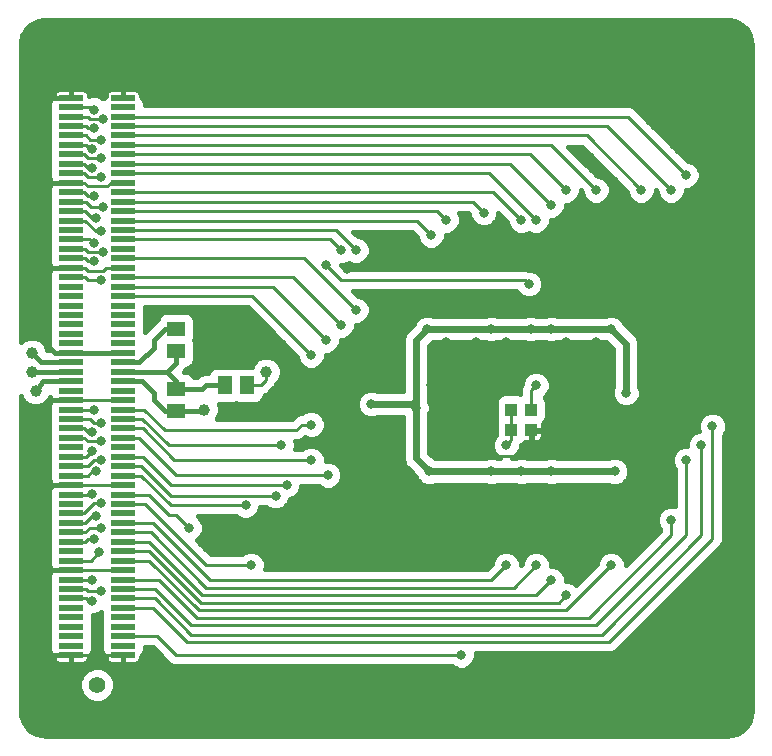
<source format=gbl>
G75*
%MOIN*%
%OFA0B0*%
%FSLAX25Y25*%
%IPPOS*%
%LPD*%
%AMOC8*
5,1,8,0,0,1.08239X$1,22.5*
%
%ADD10R,0.08100X0.02100*%
%ADD11C,0.05500*%
%ADD12R,0.05906X0.05118*%
%ADD13R,0.05118X0.05906*%
%ADD14R,0.03937X0.04331*%
%ADD15C,0.01600*%
%ADD16C,0.03962*%
%ADD17C,0.01000*%
%ADD18C,0.03175*%
%ADD19C,0.02400*%
D10*
X0026800Y0031800D03*
X0026800Y0034950D03*
X0026800Y0038099D03*
X0026800Y0041249D03*
X0026800Y0044398D03*
X0026800Y0047548D03*
X0026800Y0050698D03*
X0026800Y0053847D03*
X0026800Y0056997D03*
X0026800Y0060146D03*
X0026800Y0063296D03*
X0026800Y0066446D03*
X0026800Y0069595D03*
X0026800Y0072745D03*
X0026800Y0075894D03*
X0026800Y0079044D03*
X0026800Y0082194D03*
X0026800Y0085343D03*
X0026800Y0088493D03*
X0026800Y0091643D03*
X0026800Y0094792D03*
X0026800Y0097942D03*
X0026800Y0101091D03*
X0026800Y0104241D03*
X0026800Y0107391D03*
X0026800Y0110540D03*
X0026800Y0113690D03*
X0026800Y0116839D03*
X0026800Y0119989D03*
X0026800Y0123139D03*
X0026800Y0126288D03*
X0026800Y0129438D03*
X0026800Y0132587D03*
X0026800Y0135737D03*
X0026800Y0138887D03*
X0026800Y0142036D03*
X0026800Y0145186D03*
X0026800Y0148335D03*
X0026800Y0151485D03*
X0026800Y0154635D03*
X0026800Y0157784D03*
X0026800Y0160934D03*
X0026800Y0164083D03*
X0026800Y0167233D03*
X0026800Y0170383D03*
X0026800Y0173532D03*
X0026800Y0176682D03*
X0026800Y0179831D03*
X0026800Y0182981D03*
X0026800Y0186131D03*
X0026800Y0189280D03*
X0026800Y0192430D03*
X0026800Y0195580D03*
X0026800Y0198729D03*
X0026800Y0201879D03*
X0026800Y0205028D03*
X0026800Y0208178D03*
X0026800Y0211328D03*
X0026800Y0214477D03*
X0026800Y0217627D03*
X0044123Y0217627D03*
X0044123Y0214477D03*
X0044123Y0211328D03*
X0044123Y0208178D03*
X0044123Y0205028D03*
X0044123Y0201879D03*
X0044123Y0198729D03*
X0044123Y0195580D03*
X0044123Y0192430D03*
X0044123Y0189280D03*
X0044123Y0186131D03*
X0044123Y0182981D03*
X0044123Y0179831D03*
X0044123Y0176682D03*
X0044123Y0173532D03*
X0044123Y0170383D03*
X0044123Y0167233D03*
X0044123Y0164083D03*
X0044123Y0160934D03*
X0044123Y0157784D03*
X0044123Y0154635D03*
X0044123Y0151485D03*
X0044123Y0148335D03*
X0044123Y0145186D03*
X0044123Y0142036D03*
X0044123Y0138887D03*
X0044123Y0135737D03*
X0044123Y0132587D03*
X0044123Y0129438D03*
X0044123Y0126288D03*
X0044123Y0123139D03*
X0044123Y0119989D03*
X0044123Y0116839D03*
X0044123Y0113690D03*
X0044123Y0110540D03*
X0044123Y0107391D03*
X0044123Y0104241D03*
X0044123Y0101091D03*
X0044123Y0097942D03*
X0044123Y0094792D03*
X0044123Y0091643D03*
X0044123Y0088493D03*
X0044123Y0085343D03*
X0044123Y0082194D03*
X0044123Y0079044D03*
X0044123Y0075894D03*
X0044123Y0072745D03*
X0044123Y0069595D03*
X0044123Y0066446D03*
X0044123Y0063296D03*
X0044123Y0060146D03*
X0044123Y0056997D03*
X0044123Y0053847D03*
X0044123Y0050698D03*
X0044123Y0047548D03*
X0044123Y0044398D03*
X0044123Y0041249D03*
X0044123Y0038099D03*
X0044123Y0034950D03*
X0044123Y0031800D03*
D11*
X0035500Y0021900D03*
D12*
X0061800Y0113060D03*
X0061800Y0120540D03*
X0061800Y0133060D03*
X0061800Y0140540D03*
D13*
X0078060Y0121800D03*
X0085540Y0121800D03*
D14*
X0173454Y0113675D03*
X0180146Y0113675D03*
X0180146Y0106800D03*
X0173454Y0106800D03*
D15*
X0010607Y0009926D02*
X0011649Y0008122D01*
X0013122Y0006649D01*
X0014926Y0005607D01*
X0016939Y0005068D01*
X0017980Y0005000D01*
X0245620Y0005000D01*
X0246661Y0005068D01*
X0248674Y0005607D01*
X0250478Y0006649D01*
X0251951Y0008122D01*
X0252993Y0009926D01*
X0253532Y0011939D01*
X0253600Y0012980D01*
X0253600Y0235620D01*
X0253532Y0236661D01*
X0252993Y0238674D01*
X0251951Y0240478D01*
X0250478Y0241951D01*
X0248674Y0242993D01*
X0246661Y0243532D01*
X0245620Y0243600D01*
X0017980Y0243600D01*
X0016939Y0243532D01*
X0014926Y0242993D01*
X0013122Y0241951D01*
X0011649Y0240478D01*
X0010607Y0238674D01*
X0010607Y0238674D01*
X0010068Y0236661D01*
X0010000Y0235620D01*
X0010000Y0136077D01*
X0010740Y0136817D01*
X0012644Y0137606D01*
X0014706Y0137606D01*
X0016610Y0136817D01*
X0018067Y0135360D01*
X0018856Y0133456D01*
X0018856Y0133438D01*
X0019804Y0133438D01*
X0019550Y0134050D01*
X0019550Y0159471D01*
X0020037Y0160647D01*
X0020324Y0160934D01*
X0020037Y0161221D01*
X0019550Y0162397D01*
X0019550Y0187817D01*
X0020037Y0188993D01*
X0020324Y0189280D01*
X0020037Y0189567D01*
X0019550Y0190743D01*
X0019550Y0216164D01*
X0020037Y0217340D01*
X0020937Y0218240D01*
X0020950Y0218245D01*
X0020950Y0218914D01*
X0021073Y0219372D01*
X0021310Y0219782D01*
X0021645Y0220117D01*
X0022055Y0220354D01*
X0022513Y0220477D01*
X0026800Y0220477D01*
X0026800Y0218727D01*
X0026800Y0218727D01*
X0026800Y0220477D01*
X0031087Y0220477D01*
X0031545Y0220354D01*
X0031955Y0220117D01*
X0032290Y0219782D01*
X0032527Y0219372D01*
X0032650Y0218914D01*
X0032650Y0218245D01*
X0032663Y0218240D01*
X0032706Y0218197D01*
X0033348Y0218462D01*
X0035252Y0218462D01*
X0037012Y0217734D01*
X0037383Y0217363D01*
X0038260Y0218240D01*
X0038273Y0218245D01*
X0038273Y0218914D01*
X0038395Y0219372D01*
X0038632Y0219782D01*
X0038968Y0220117D01*
X0039378Y0220354D01*
X0039836Y0220477D01*
X0044123Y0220477D01*
X0044123Y0218727D01*
X0044123Y0218727D01*
X0044123Y0220477D01*
X0048410Y0220477D01*
X0048868Y0220354D01*
X0049278Y0220117D01*
X0049613Y0219782D01*
X0049850Y0219372D01*
X0049973Y0218914D01*
X0049973Y0218245D01*
X0049985Y0218240D01*
X0050886Y0217340D01*
X0051373Y0216164D01*
X0051373Y0215028D01*
X0213008Y0215028D01*
X0214368Y0214464D01*
X0215409Y0213423D01*
X0232245Y0196587D01*
X0232752Y0196587D01*
X0234512Y0195859D01*
X0235859Y0194512D01*
X0236587Y0192752D01*
X0236587Y0190848D01*
X0235859Y0189088D01*
X0234512Y0187741D01*
X0232752Y0187013D01*
X0231587Y0187013D01*
X0231587Y0185848D01*
X0230859Y0184088D01*
X0229512Y0182741D01*
X0227752Y0182013D01*
X0225848Y0182013D01*
X0224088Y0182741D01*
X0222741Y0184088D01*
X0222013Y0185848D01*
X0222013Y0186355D01*
X0221587Y0186780D01*
X0221587Y0185848D01*
X0220859Y0184088D01*
X0219512Y0182741D01*
X0217752Y0182013D01*
X0215848Y0182013D01*
X0214088Y0182741D01*
X0212741Y0184088D01*
X0212013Y0185848D01*
X0212013Y0186355D01*
X0197039Y0201328D01*
X0192504Y0201328D01*
X0194858Y0198975D01*
X0202245Y0191587D01*
X0202752Y0191587D01*
X0204512Y0190859D01*
X0205859Y0189512D01*
X0206587Y0187752D01*
X0206587Y0185848D01*
X0205859Y0184088D01*
X0204512Y0182741D01*
X0202752Y0182013D01*
X0200848Y0182013D01*
X0199088Y0182741D01*
X0197741Y0184088D01*
X0197013Y0185848D01*
X0197013Y0186355D01*
X0196587Y0186780D01*
X0196587Y0185848D01*
X0195859Y0184088D01*
X0194512Y0182741D01*
X0192752Y0182013D01*
X0191587Y0182013D01*
X0191587Y0180848D01*
X0190859Y0179088D01*
X0189512Y0177741D01*
X0187752Y0177013D01*
X0186587Y0177013D01*
X0186587Y0175848D01*
X0185859Y0174088D01*
X0184512Y0172741D01*
X0182752Y0172013D01*
X0180848Y0172013D01*
X0179300Y0172654D01*
X0177752Y0172013D01*
X0175848Y0172013D01*
X0174088Y0172741D01*
X0172741Y0174088D01*
X0172013Y0175848D01*
X0172013Y0176355D01*
X0169087Y0179280D01*
X0169087Y0178348D01*
X0168359Y0176588D01*
X0167012Y0175241D01*
X0165252Y0174513D01*
X0163348Y0174513D01*
X0161588Y0175241D01*
X0160241Y0176588D01*
X0159513Y0178348D01*
X0159513Y0178855D01*
X0159086Y0179281D01*
X0155954Y0179281D01*
X0156587Y0177752D01*
X0156587Y0175848D01*
X0155859Y0174088D01*
X0154512Y0172741D01*
X0152752Y0172013D01*
X0151587Y0172013D01*
X0151587Y0170848D01*
X0150859Y0169088D01*
X0149512Y0167741D01*
X0147752Y0167013D01*
X0145848Y0167013D01*
X0144088Y0167741D01*
X0142741Y0169088D01*
X0142013Y0170848D01*
X0142013Y0171355D01*
X0140386Y0172982D01*
X0120851Y0172982D01*
X0122245Y0171587D01*
X0122752Y0171587D01*
X0124512Y0170859D01*
X0125859Y0169512D01*
X0126587Y0167752D01*
X0126587Y0165848D01*
X0125859Y0164088D01*
X0124512Y0162741D01*
X0122752Y0162013D01*
X0120848Y0162013D01*
X0119300Y0162654D01*
X0117752Y0162013D01*
X0116820Y0162013D01*
X0118333Y0160500D01*
X0178786Y0160500D01*
X0179179Y0160337D01*
X0180252Y0160337D01*
X0182012Y0159609D01*
X0183359Y0158262D01*
X0184087Y0156502D01*
X0184087Y0154598D01*
X0183359Y0152838D01*
X0182012Y0151491D01*
X0180252Y0150763D01*
X0178348Y0150763D01*
X0176588Y0151491D01*
X0175241Y0152838D01*
X0175133Y0153100D01*
X0120733Y0153100D01*
X0122245Y0151587D01*
X0122752Y0151587D01*
X0124512Y0150859D01*
X0125859Y0149512D01*
X0126587Y0147752D01*
X0126587Y0145848D01*
X0125859Y0144088D01*
X0124512Y0142741D01*
X0122752Y0142013D01*
X0121587Y0142013D01*
X0121587Y0140848D01*
X0120859Y0139088D01*
X0119512Y0137741D01*
X0117752Y0137013D01*
X0116587Y0137013D01*
X0116587Y0135848D01*
X0115859Y0134088D01*
X0114512Y0132741D01*
X0112752Y0132013D01*
X0111587Y0132013D01*
X0111587Y0130848D01*
X0110859Y0129088D01*
X0109512Y0127741D01*
X0107752Y0127013D01*
X0105848Y0127013D01*
X0104088Y0127741D01*
X0102741Y0129088D01*
X0102013Y0130848D01*
X0102013Y0131355D01*
X0085582Y0147785D01*
X0051373Y0147785D01*
X0051373Y0139530D01*
X0054649Y0142806D01*
X0055696Y0143852D01*
X0056134Y0144912D01*
X0057035Y0145812D01*
X0058211Y0146299D01*
X0065389Y0146299D01*
X0066565Y0145812D01*
X0067466Y0144912D01*
X0067953Y0143736D01*
X0067953Y0137345D01*
X0067727Y0136800D01*
X0067953Y0136255D01*
X0067953Y0129864D01*
X0067466Y0128688D01*
X0066565Y0127788D01*
X0065389Y0127301D01*
X0065301Y0127301D01*
X0065191Y0127034D01*
X0064456Y0126299D01*
X0065389Y0126299D01*
X0066565Y0125812D01*
X0067466Y0124912D01*
X0067620Y0124540D01*
X0068883Y0124540D01*
X0069534Y0125191D01*
X0071004Y0125800D01*
X0072471Y0125800D01*
X0072788Y0126565D01*
X0073688Y0127466D01*
X0074864Y0127953D01*
X0081255Y0127953D01*
X0081800Y0127727D01*
X0082345Y0127953D01*
X0086928Y0127953D01*
X0087408Y0129110D01*
X0088865Y0130567D01*
X0090769Y0131356D01*
X0092831Y0131356D01*
X0094735Y0130567D01*
X0096192Y0129110D01*
X0096981Y0127206D01*
X0096981Y0125144D01*
X0096192Y0123240D01*
X0095223Y0122271D01*
X0094937Y0121579D01*
X0093896Y0120538D01*
X0092021Y0118663D01*
X0091299Y0118364D01*
X0091299Y0118211D01*
X0090812Y0117035D01*
X0089912Y0116134D01*
X0088736Y0115647D01*
X0082345Y0115647D01*
X0081800Y0115873D01*
X0081255Y0115647D01*
X0075966Y0115647D01*
X0076356Y0114706D01*
X0076356Y0112644D01*
X0075567Y0110740D01*
X0075327Y0110500D01*
X0100267Y0110500D01*
X0101579Y0111812D01*
X0102939Y0112375D01*
X0103730Y0112375D01*
X0104088Y0112734D01*
X0105848Y0113462D01*
X0107752Y0113462D01*
X0109512Y0112734D01*
X0110859Y0111387D01*
X0111587Y0109627D01*
X0111587Y0107723D01*
X0110859Y0105963D01*
X0109512Y0104616D01*
X0107752Y0103888D01*
X0105848Y0103888D01*
X0104626Y0104394D01*
X0103896Y0103663D01*
X0102536Y0103100D01*
X0101443Y0103100D01*
X0101587Y0102752D01*
X0101587Y0100848D01*
X0101443Y0100500D01*
X0103730Y0100500D01*
X0104088Y0100859D01*
X0105848Y0101587D01*
X0107752Y0101587D01*
X0109512Y0100859D01*
X0110859Y0099512D01*
X0111587Y0097752D01*
X0111587Y0096587D01*
X0113377Y0096587D01*
X0115137Y0095859D01*
X0116484Y0094512D01*
X0117212Y0092752D01*
X0117212Y0090848D01*
X0116484Y0089088D01*
X0115137Y0087741D01*
X0113377Y0087013D01*
X0111473Y0087013D01*
X0109713Y0087741D01*
X0109355Y0088100D01*
X0103462Y0088100D01*
X0103462Y0087723D01*
X0102734Y0085963D01*
X0101387Y0084616D01*
X0099687Y0083913D01*
X0098984Y0082213D01*
X0097637Y0080866D01*
X0095877Y0080138D01*
X0093973Y0080138D01*
X0092213Y0080866D01*
X0091855Y0081225D01*
X0089712Y0081225D01*
X0089712Y0080848D01*
X0088984Y0079088D01*
X0087637Y0077741D01*
X0085877Y0077013D01*
X0083973Y0077013D01*
X0082213Y0077741D01*
X0081855Y0078100D01*
X0069145Y0078100D01*
X0070234Y0077012D01*
X0070962Y0075252D01*
X0070962Y0073348D01*
X0070234Y0071588D01*
X0068887Y0070241D01*
X0068678Y0070155D01*
X0073333Y0065500D01*
X0083730Y0065500D01*
X0084088Y0065859D01*
X0085848Y0066587D01*
X0087752Y0066587D01*
X0089512Y0065859D01*
X0090859Y0064512D01*
X0091587Y0062752D01*
X0091587Y0060848D01*
X0091443Y0060500D01*
X0165267Y0060500D01*
X0167013Y0062245D01*
X0167013Y0062752D01*
X0167741Y0064512D01*
X0169088Y0065859D01*
X0170848Y0066587D01*
X0172752Y0066587D01*
X0174512Y0065859D01*
X0175859Y0064512D01*
X0176587Y0062752D01*
X0176587Y0061820D01*
X0177013Y0062245D01*
X0177013Y0062752D01*
X0177741Y0064512D01*
X0179088Y0065859D01*
X0180848Y0066587D01*
X0182752Y0066587D01*
X0184512Y0065859D01*
X0185859Y0064512D01*
X0186587Y0062752D01*
X0186587Y0061587D01*
X0187752Y0061587D01*
X0189512Y0060859D01*
X0190859Y0059512D01*
X0191587Y0057752D01*
X0191587Y0056587D01*
X0192752Y0056587D01*
X0194512Y0055859D01*
X0195069Y0055301D01*
X0202013Y0062245D01*
X0202013Y0062752D01*
X0202741Y0064512D01*
X0204088Y0065859D01*
X0205848Y0066587D01*
X0207752Y0066587D01*
X0209512Y0065859D01*
X0210859Y0064512D01*
X0211587Y0062752D01*
X0211587Y0061820D01*
X0223100Y0073333D01*
X0223100Y0073730D01*
X0222741Y0074088D01*
X0222013Y0075848D01*
X0222013Y0077752D01*
X0222741Y0079512D01*
X0224088Y0080859D01*
X0225848Y0081587D01*
X0227752Y0081587D01*
X0228100Y0081443D01*
X0228100Y0093730D01*
X0227741Y0094088D01*
X0227013Y0095848D01*
X0227013Y0097752D01*
X0227741Y0099512D01*
X0229088Y0100859D01*
X0230848Y0101587D01*
X0232013Y0101587D01*
X0232013Y0102752D01*
X0232741Y0104512D01*
X0234088Y0105859D01*
X0235848Y0106587D01*
X0235974Y0106587D01*
X0235763Y0107098D01*
X0235763Y0109002D01*
X0236491Y0110762D01*
X0237838Y0112109D01*
X0239598Y0112837D01*
X0241502Y0112837D01*
X0243262Y0112109D01*
X0244609Y0110762D01*
X0245337Y0109002D01*
X0245337Y0107098D01*
X0244609Y0105338D01*
X0244250Y0104980D01*
X0244250Y0069814D01*
X0243687Y0068454D01*
X0242646Y0067413D01*
X0242646Y0067413D01*
X0208271Y0033038D01*
X0206911Y0032475D01*
X0161587Y0032475D01*
X0161587Y0030848D01*
X0160859Y0029088D01*
X0159512Y0027741D01*
X0157752Y0027013D01*
X0155848Y0027013D01*
X0154088Y0027741D01*
X0153730Y0028100D01*
X0061064Y0028100D01*
X0059704Y0028663D01*
X0053968Y0034399D01*
X0051373Y0034399D01*
X0051373Y0033263D01*
X0050886Y0032087D01*
X0049985Y0031187D01*
X0049973Y0031182D01*
X0049973Y0030513D01*
X0049850Y0030055D01*
X0049613Y0029645D01*
X0049278Y0029310D01*
X0048868Y0029073D01*
X0048410Y0028950D01*
X0044123Y0028950D01*
X0044123Y0030700D01*
X0044123Y0030700D01*
X0044123Y0028950D01*
X0039836Y0028950D01*
X0039378Y0029073D01*
X0038968Y0029310D01*
X0038632Y0029645D01*
X0038395Y0030055D01*
X0038273Y0030513D01*
X0038273Y0031182D01*
X0038260Y0031187D01*
X0037360Y0032087D01*
X0036873Y0033263D01*
X0036873Y0046352D01*
X0036387Y0045866D01*
X0034627Y0045138D01*
X0034050Y0045138D01*
X0034050Y0033263D01*
X0033563Y0032087D01*
X0032663Y0031187D01*
X0032650Y0031182D01*
X0032650Y0030513D01*
X0032527Y0030055D01*
X0032290Y0029645D01*
X0031955Y0029310D01*
X0031545Y0029073D01*
X0031087Y0028950D01*
X0026800Y0028950D01*
X0026800Y0030700D01*
X0026800Y0030700D01*
X0026800Y0028950D01*
X0022513Y0028950D01*
X0022055Y0029073D01*
X0021645Y0029310D01*
X0021310Y0029645D01*
X0021073Y0030055D01*
X0020950Y0030513D01*
X0020950Y0031182D01*
X0020937Y0031187D01*
X0020037Y0032087D01*
X0019550Y0033263D01*
X0019550Y0058683D01*
X0020037Y0059860D01*
X0020324Y0060146D01*
X0020037Y0060433D01*
X0019550Y0061610D01*
X0019550Y0087030D01*
X0020037Y0088206D01*
X0020324Y0088493D01*
X0020037Y0088780D01*
X0019550Y0089956D01*
X0019550Y0115376D01*
X0020037Y0116552D01*
X0020324Y0116839D01*
X0020037Y0117126D01*
X0019705Y0117927D01*
X0019317Y0116990D01*
X0017860Y0115533D01*
X0015956Y0114744D01*
X0013894Y0114744D01*
X0011990Y0115533D01*
X0010533Y0116990D01*
X0010000Y0118276D01*
X0010000Y0012980D01*
X0010068Y0011939D01*
X0010607Y0009926D01*
X0010685Y0009793D02*
X0252915Y0009793D01*
X0253385Y0011391D02*
X0010215Y0011391D01*
X0010000Y0012990D02*
X0253600Y0012990D01*
X0253600Y0014588D02*
X0010000Y0014588D01*
X0010000Y0016187D02*
X0033745Y0016187D01*
X0034316Y0015950D02*
X0036684Y0015950D01*
X0038870Y0016856D01*
X0040544Y0018530D01*
X0041450Y0020716D01*
X0041450Y0023084D01*
X0040544Y0025270D01*
X0038870Y0026944D01*
X0036684Y0027850D01*
X0034316Y0027850D01*
X0032130Y0026944D01*
X0030456Y0025270D01*
X0029550Y0023084D01*
X0029550Y0020716D01*
X0030456Y0018530D01*
X0032130Y0016856D01*
X0034316Y0015950D01*
X0037255Y0016187D02*
X0253600Y0016187D01*
X0253600Y0017785D02*
X0039800Y0017785D01*
X0040898Y0019384D02*
X0253600Y0019384D01*
X0253600Y0020982D02*
X0041450Y0020982D01*
X0041450Y0022581D02*
X0253600Y0022581D01*
X0253600Y0024179D02*
X0040996Y0024179D01*
X0040037Y0025778D02*
X0253600Y0025778D01*
X0253600Y0027376D02*
X0158630Y0027376D01*
X0160745Y0028975D02*
X0253600Y0028975D01*
X0253600Y0030573D02*
X0161474Y0030573D01*
X0161587Y0032172D02*
X0253600Y0032172D01*
X0253600Y0033770D02*
X0209003Y0033770D01*
X0210601Y0035369D02*
X0253600Y0035369D01*
X0253600Y0036967D02*
X0212200Y0036967D01*
X0213798Y0038566D02*
X0253600Y0038566D01*
X0253600Y0040164D02*
X0215397Y0040164D01*
X0216995Y0041763D02*
X0253600Y0041763D01*
X0253600Y0043361D02*
X0218594Y0043361D01*
X0220192Y0044960D02*
X0253600Y0044960D01*
X0253600Y0046558D02*
X0221791Y0046558D01*
X0223389Y0048157D02*
X0253600Y0048157D01*
X0253600Y0049755D02*
X0224988Y0049755D01*
X0226586Y0051354D02*
X0253600Y0051354D01*
X0253600Y0052952D02*
X0228185Y0052952D01*
X0229783Y0054551D02*
X0253600Y0054551D01*
X0253600Y0056149D02*
X0231382Y0056149D01*
X0232980Y0057748D02*
X0253600Y0057748D01*
X0253600Y0059346D02*
X0234579Y0059346D01*
X0236177Y0060945D02*
X0253600Y0060945D01*
X0253600Y0062543D02*
X0237776Y0062543D01*
X0239375Y0064142D02*
X0253600Y0064142D01*
X0253600Y0065740D02*
X0240973Y0065740D01*
X0242572Y0067339D02*
X0253600Y0067339D01*
X0253600Y0068937D02*
X0243887Y0068937D01*
X0244250Y0070536D02*
X0253600Y0070536D01*
X0253600Y0072134D02*
X0244250Y0072134D01*
X0244250Y0073733D02*
X0253600Y0073733D01*
X0253600Y0075332D02*
X0244250Y0075332D01*
X0244250Y0076930D02*
X0253600Y0076930D01*
X0253600Y0078529D02*
X0244250Y0078529D01*
X0244250Y0080127D02*
X0253600Y0080127D01*
X0253600Y0081726D02*
X0244250Y0081726D01*
X0244250Y0083324D02*
X0253600Y0083324D01*
X0253600Y0084923D02*
X0244250Y0084923D01*
X0244250Y0086521D02*
X0253600Y0086521D01*
X0253600Y0088120D02*
X0244250Y0088120D01*
X0244250Y0089718D02*
X0253600Y0089718D01*
X0253600Y0091317D02*
X0244250Y0091317D01*
X0244250Y0092915D02*
X0253600Y0092915D01*
X0253600Y0094514D02*
X0244250Y0094514D01*
X0244250Y0096112D02*
X0253600Y0096112D01*
X0253600Y0097711D02*
X0244250Y0097711D01*
X0244250Y0099309D02*
X0253600Y0099309D01*
X0253600Y0100908D02*
X0244250Y0100908D01*
X0244250Y0102506D02*
X0253600Y0102506D01*
X0253600Y0104105D02*
X0244250Y0104105D01*
X0244760Y0105703D02*
X0253600Y0105703D01*
X0253600Y0107302D02*
X0245337Y0107302D01*
X0245337Y0108900D02*
X0253600Y0108900D01*
X0253600Y0110499D02*
X0244718Y0110499D01*
X0243273Y0112097D02*
X0253600Y0112097D01*
X0253600Y0113696D02*
X0185315Y0113696D01*
X0185315Y0115294D02*
X0209035Y0115294D01*
X0209088Y0115241D02*
X0210848Y0114513D01*
X0212752Y0114513D01*
X0214512Y0115241D01*
X0215859Y0116588D01*
X0216587Y0118348D01*
X0216587Y0120252D01*
X0216200Y0121188D01*
X0216200Y0136425D01*
X0215530Y0138042D01*
X0211246Y0142327D01*
X0210859Y0143262D01*
X0209512Y0144609D01*
X0207752Y0145337D01*
X0205848Y0145337D01*
X0204912Y0144950D01*
X0188688Y0144950D01*
X0187752Y0145337D01*
X0185848Y0145337D01*
X0184912Y0144950D01*
X0181813Y0144950D01*
X0180877Y0145337D01*
X0178973Y0145337D01*
X0178037Y0144950D01*
X0168688Y0144950D01*
X0167752Y0145337D01*
X0165848Y0145337D01*
X0164912Y0144950D01*
X0147438Y0144950D01*
X0146502Y0145337D01*
X0144598Y0145337D01*
X0142838Y0144609D01*
X0141491Y0143262D01*
X0141104Y0142327D01*
X0138070Y0139292D01*
X0137400Y0137675D01*
X0137400Y0119950D01*
X0128688Y0119950D01*
X0127752Y0120337D01*
X0125848Y0120337D01*
X0124088Y0119609D01*
X0122741Y0118262D01*
X0122013Y0116502D01*
X0122013Y0114598D01*
X0122741Y0112838D01*
X0124088Y0111491D01*
X0125848Y0110763D01*
X0127752Y0110763D01*
X0128688Y0111150D01*
X0137400Y0111150D01*
X0137400Y0096550D01*
X0138070Y0094933D01*
X0139308Y0093695D01*
X0141729Y0091273D01*
X0142116Y0090338D01*
X0143463Y0088991D01*
X0145223Y0088263D01*
X0147127Y0088263D01*
X0148063Y0088650D01*
X0164912Y0088650D01*
X0165848Y0088263D01*
X0167752Y0088263D01*
X0168688Y0088650D01*
X0174912Y0088650D01*
X0175848Y0088263D01*
X0177752Y0088263D01*
X0178688Y0088650D01*
X0184912Y0088650D01*
X0185848Y0088263D01*
X0187752Y0088263D01*
X0188688Y0088650D01*
X0206162Y0088650D01*
X0207098Y0088263D01*
X0209002Y0088263D01*
X0210762Y0088991D01*
X0212109Y0090338D01*
X0212837Y0092098D01*
X0212837Y0094002D01*
X0212109Y0095762D01*
X0210762Y0097109D01*
X0209002Y0097837D01*
X0207098Y0097837D01*
X0206162Y0097450D01*
X0188688Y0097450D01*
X0187752Y0097837D01*
X0185848Y0097837D01*
X0184912Y0097450D01*
X0178688Y0097450D01*
X0177752Y0097837D01*
X0175848Y0097837D01*
X0174912Y0097450D01*
X0173808Y0097450D01*
X0174512Y0097741D01*
X0175859Y0099088D01*
X0176587Y0100848D01*
X0176587Y0101355D01*
X0176590Y0101358D01*
X0176739Y0101716D01*
X0177235Y0101922D01*
X0178135Y0102822D01*
X0178140Y0102835D01*
X0179962Y0102835D01*
X0179962Y0106616D01*
X0180331Y0106616D01*
X0180331Y0106984D01*
X0183915Y0106984D01*
X0183915Y0108792D01*
X0183928Y0108797D01*
X0184828Y0109697D01*
X0185315Y0110873D01*
X0185315Y0116477D01*
X0184828Y0117653D01*
X0184626Y0117855D01*
X0185859Y0119088D01*
X0186587Y0120848D01*
X0186587Y0122752D01*
X0185859Y0124512D01*
X0184512Y0125859D01*
X0182752Y0126587D01*
X0180848Y0126587D01*
X0179088Y0125859D01*
X0177741Y0124512D01*
X0177013Y0122752D01*
X0177013Y0122245D01*
X0177010Y0122242D01*
X0176446Y0120882D01*
X0176446Y0118880D01*
X0176059Y0119040D01*
X0170849Y0119040D01*
X0169672Y0118553D01*
X0168772Y0117653D01*
X0168285Y0116477D01*
X0168285Y0110873D01*
X0168548Y0110237D01*
X0168285Y0109602D01*
X0168285Y0105055D01*
X0167741Y0104512D01*
X0167013Y0102752D01*
X0167013Y0100848D01*
X0167741Y0099088D01*
X0169088Y0097741D01*
X0169792Y0097450D01*
X0168688Y0097450D01*
X0167752Y0097837D01*
X0165848Y0097837D01*
X0164912Y0097450D01*
X0148063Y0097450D01*
X0147952Y0097496D01*
X0146200Y0099248D01*
X0146200Y0112412D01*
X0146587Y0113348D01*
X0146587Y0115252D01*
X0146200Y0116188D01*
X0146200Y0134977D01*
X0147327Y0136104D01*
X0147438Y0136150D01*
X0164912Y0136150D01*
X0165848Y0135763D01*
X0167752Y0135763D01*
X0168688Y0136150D01*
X0178037Y0136150D01*
X0178973Y0135763D01*
X0180877Y0135763D01*
X0181813Y0136150D01*
X0184912Y0136150D01*
X0185848Y0135763D01*
X0187752Y0135763D01*
X0188688Y0136150D01*
X0204912Y0136150D01*
X0205023Y0136104D01*
X0207400Y0133727D01*
X0207400Y0121188D01*
X0207013Y0120252D01*
X0207013Y0118348D01*
X0207741Y0116588D01*
X0209088Y0115241D01*
X0207615Y0116893D02*
X0185143Y0116893D01*
X0185262Y0118491D02*
X0207013Y0118491D01*
X0207013Y0120090D02*
X0186273Y0120090D01*
X0186587Y0121688D02*
X0207400Y0121688D01*
X0207400Y0123287D02*
X0186366Y0123287D01*
X0185485Y0124885D02*
X0207400Y0124885D01*
X0207400Y0126484D02*
X0183002Y0126484D01*
X0180598Y0126484D02*
X0146200Y0126484D01*
X0146200Y0128082D02*
X0207400Y0128082D01*
X0207400Y0129681D02*
X0146200Y0129681D01*
X0146200Y0131279D02*
X0207400Y0131279D01*
X0207400Y0132878D02*
X0146200Y0132878D01*
X0146200Y0134476D02*
X0206651Y0134476D01*
X0205052Y0136075D02*
X0188506Y0136075D01*
X0185094Y0136075D02*
X0181631Y0136075D01*
X0178219Y0136075D02*
X0168506Y0136075D01*
X0165094Y0136075D02*
X0147297Y0136075D01*
X0139648Y0140870D02*
X0121587Y0140870D01*
X0120935Y0139272D02*
X0138061Y0139272D01*
X0137400Y0137673D02*
X0119348Y0137673D01*
X0116587Y0136075D02*
X0137400Y0136075D01*
X0137400Y0134476D02*
X0116019Y0134476D01*
X0114648Y0132878D02*
X0137400Y0132878D01*
X0137400Y0131279D02*
X0111587Y0131279D01*
X0111104Y0129681D02*
X0137400Y0129681D01*
X0137400Y0128082D02*
X0109853Y0128082D01*
X0103747Y0128082D02*
X0096618Y0128082D01*
X0096981Y0126484D02*
X0137400Y0126484D01*
X0137400Y0124885D02*
X0096874Y0124885D01*
X0096212Y0123287D02*
X0137400Y0123287D01*
X0137400Y0121688D02*
X0094982Y0121688D01*
X0093447Y0120090D02*
X0125250Y0120090D01*
X0122971Y0118491D02*
X0091606Y0118491D01*
X0090670Y0116893D02*
X0122174Y0116893D01*
X0122013Y0115294D02*
X0076112Y0115294D01*
X0076356Y0113696D02*
X0122386Y0113696D01*
X0123482Y0112097D02*
X0110148Y0112097D01*
X0111226Y0110499D02*
X0137400Y0110499D01*
X0137400Y0108900D02*
X0111587Y0108900D01*
X0111413Y0107302D02*
X0137400Y0107302D01*
X0137400Y0105703D02*
X0110599Y0105703D01*
X0108276Y0104105D02*
X0137400Y0104105D01*
X0137400Y0102506D02*
X0101587Y0102506D01*
X0101587Y0100908D02*
X0104207Y0100908D01*
X0104337Y0104105D02*
X0105324Y0104105D01*
X0109393Y0100908D02*
X0137400Y0100908D01*
X0137400Y0099309D02*
X0110942Y0099309D01*
X0111587Y0097711D02*
X0137400Y0097711D01*
X0137581Y0096112D02*
X0114525Y0096112D01*
X0116482Y0094514D02*
X0138489Y0094514D01*
X0140087Y0092915D02*
X0117145Y0092915D01*
X0117212Y0091317D02*
X0141686Y0091317D01*
X0142736Y0089718D02*
X0116744Y0089718D01*
X0115515Y0088120D02*
X0228100Y0088120D01*
X0228100Y0089718D02*
X0211489Y0089718D01*
X0212514Y0091317D02*
X0228100Y0091317D01*
X0228100Y0092915D02*
X0212837Y0092915D01*
X0212626Y0094514D02*
X0227565Y0094514D01*
X0227013Y0096112D02*
X0211758Y0096112D01*
X0209308Y0097711D02*
X0227013Y0097711D01*
X0227658Y0099309D02*
X0175950Y0099309D01*
X0175542Y0097711D02*
X0174438Y0097711D01*
X0176587Y0100908D02*
X0229207Y0100908D01*
X0232013Y0102506D02*
X0177819Y0102506D01*
X0180331Y0102835D02*
X0182352Y0102835D01*
X0182810Y0102957D01*
X0183220Y0103194D01*
X0183555Y0103529D01*
X0183792Y0103940D01*
X0183915Y0104398D01*
X0183915Y0106616D01*
X0180331Y0106616D01*
X0180331Y0102835D01*
X0180331Y0104105D02*
X0179962Y0104105D01*
X0179962Y0105703D02*
X0180331Y0105703D01*
X0183915Y0105703D02*
X0233933Y0105703D01*
X0232573Y0104105D02*
X0183836Y0104105D01*
X0183915Y0107302D02*
X0235763Y0107302D01*
X0235763Y0108900D02*
X0184031Y0108900D01*
X0185160Y0110499D02*
X0236382Y0110499D01*
X0237827Y0112097D02*
X0185315Y0112097D01*
X0176446Y0120090D02*
X0146200Y0120090D01*
X0146200Y0121688D02*
X0176780Y0121688D01*
X0177234Y0123287D02*
X0146200Y0123287D01*
X0146200Y0124885D02*
X0178115Y0124885D01*
X0169611Y0118491D02*
X0146200Y0118491D01*
X0146200Y0116893D02*
X0168457Y0116893D01*
X0168285Y0115294D02*
X0146570Y0115294D01*
X0146587Y0113696D02*
X0168285Y0113696D01*
X0168285Y0112097D02*
X0146200Y0112097D01*
X0146200Y0110499D02*
X0168440Y0110499D01*
X0168285Y0108900D02*
X0146200Y0108900D01*
X0146200Y0107302D02*
X0168285Y0107302D01*
X0168285Y0105703D02*
X0146200Y0105703D01*
X0146200Y0104105D02*
X0167573Y0104105D01*
X0167013Y0102506D02*
X0146200Y0102506D01*
X0146200Y0100908D02*
X0167013Y0100908D01*
X0167650Y0099309D02*
X0146200Y0099309D01*
X0147737Y0097711D02*
X0165542Y0097711D01*
X0168058Y0097711D02*
X0169162Y0097711D01*
X0178058Y0097711D02*
X0185542Y0097711D01*
X0188058Y0097711D02*
X0206792Y0097711D01*
X0214565Y0115294D02*
X0253600Y0115294D01*
X0253600Y0116893D02*
X0215985Y0116893D01*
X0216587Y0118491D02*
X0253600Y0118491D01*
X0253600Y0120090D02*
X0216587Y0120090D01*
X0216200Y0121688D02*
X0253600Y0121688D01*
X0253600Y0123287D02*
X0216200Y0123287D01*
X0216200Y0124885D02*
X0253600Y0124885D01*
X0253600Y0126484D02*
X0216200Y0126484D01*
X0216200Y0128082D02*
X0253600Y0128082D01*
X0253600Y0129681D02*
X0216200Y0129681D01*
X0216200Y0131279D02*
X0253600Y0131279D01*
X0253600Y0132878D02*
X0216200Y0132878D01*
X0216200Y0134476D02*
X0253600Y0134476D01*
X0253600Y0136075D02*
X0216200Y0136075D01*
X0215683Y0137673D02*
X0253600Y0137673D01*
X0253600Y0139272D02*
X0214301Y0139272D01*
X0212702Y0140870D02*
X0253600Y0140870D01*
X0253600Y0142469D02*
X0211187Y0142469D01*
X0210053Y0144068D02*
X0253600Y0144068D01*
X0253600Y0145666D02*
X0126512Y0145666D01*
X0126587Y0147265D02*
X0253600Y0147265D01*
X0253600Y0148863D02*
X0126127Y0148863D01*
X0124909Y0150462D02*
X0253600Y0150462D01*
X0253600Y0152060D02*
X0182580Y0152060D01*
X0183698Y0153659D02*
X0253600Y0153659D01*
X0253600Y0155257D02*
X0184087Y0155257D01*
X0183941Y0156856D02*
X0253600Y0156856D01*
X0253600Y0158454D02*
X0183166Y0158454D01*
X0180940Y0160053D02*
X0253600Y0160053D01*
X0253600Y0161651D02*
X0117181Y0161651D01*
X0125020Y0163250D02*
X0253600Y0163250D01*
X0253600Y0164848D02*
X0126173Y0164848D01*
X0126587Y0166447D02*
X0253600Y0166447D01*
X0253600Y0168045D02*
X0149816Y0168045D01*
X0151089Y0169644D02*
X0253600Y0169644D01*
X0253600Y0171242D02*
X0151587Y0171242D01*
X0154611Y0172841D02*
X0173989Y0172841D01*
X0172596Y0174439D02*
X0156004Y0174439D01*
X0156587Y0176038D02*
X0160792Y0176038D01*
X0159807Y0177636D02*
X0156587Y0177636D01*
X0155973Y0179235D02*
X0159133Y0179235D01*
X0167808Y0176038D02*
X0172013Y0176038D01*
X0170731Y0177636D02*
X0168793Y0177636D01*
X0169087Y0179235D02*
X0169133Y0179235D01*
X0184611Y0172841D02*
X0253600Y0172841D01*
X0253600Y0174439D02*
X0186004Y0174439D01*
X0186587Y0176038D02*
X0253600Y0176038D01*
X0253600Y0177636D02*
X0189258Y0177636D01*
X0190919Y0179235D02*
X0253600Y0179235D01*
X0253600Y0180833D02*
X0191581Y0180833D01*
X0193764Y0182432D02*
X0199836Y0182432D01*
X0197799Y0184030D02*
X0195801Y0184030D01*
X0196497Y0185629D02*
X0197103Y0185629D01*
X0203764Y0182432D02*
X0214836Y0182432D01*
X0212799Y0184030D02*
X0205801Y0184030D01*
X0206497Y0185629D02*
X0212103Y0185629D01*
X0211140Y0187227D02*
X0206587Y0187227D01*
X0206143Y0188826D02*
X0209542Y0188826D01*
X0207943Y0190424D02*
X0204946Y0190424D01*
X0206345Y0192023D02*
X0201810Y0192023D01*
X0200211Y0193621D02*
X0204746Y0193621D01*
X0203148Y0195220D02*
X0198613Y0195220D01*
X0197014Y0196818D02*
X0201549Y0196818D01*
X0199951Y0198417D02*
X0195416Y0198417D01*
X0193817Y0200015D02*
X0198352Y0200015D01*
X0214431Y0214402D02*
X0253600Y0214402D01*
X0253600Y0216001D02*
X0051373Y0216001D01*
X0050626Y0217599D02*
X0253600Y0217599D01*
X0253600Y0219198D02*
X0049897Y0219198D01*
X0044123Y0219198D02*
X0044123Y0219198D01*
X0038349Y0219198D02*
X0032574Y0219198D01*
X0037146Y0217599D02*
X0037619Y0217599D01*
X0026800Y0217627D02*
X0020127Y0217627D01*
X0016800Y0214300D01*
X0016800Y0191761D01*
X0019280Y0189280D01*
X0016800Y0186800D01*
X0016800Y0163434D01*
X0019300Y0160934D01*
X0018434Y0160934D01*
X0016800Y0159300D01*
X0019550Y0158454D02*
X0010000Y0158454D01*
X0010000Y0156856D02*
X0019550Y0156856D01*
X0019550Y0155257D02*
X0010000Y0155257D01*
X0010000Y0153659D02*
X0019550Y0153659D01*
X0019550Y0152060D02*
X0010000Y0152060D01*
X0010000Y0150462D02*
X0019550Y0150462D01*
X0019550Y0148863D02*
X0010000Y0148863D01*
X0010000Y0147265D02*
X0019550Y0147265D01*
X0019550Y0145666D02*
X0010000Y0145666D01*
X0010000Y0144068D02*
X0019550Y0144068D01*
X0019550Y0142469D02*
X0010000Y0142469D01*
X0010000Y0140870D02*
X0019550Y0140870D01*
X0019550Y0139272D02*
X0010000Y0139272D01*
X0010000Y0137673D02*
X0019550Y0137673D01*
X0019550Y0136075D02*
X0017352Y0136075D01*
X0016800Y0137125D02*
X0021337Y0132587D01*
X0026800Y0132587D01*
X0044123Y0132587D01*
X0044123Y0129438D02*
X0049438Y0129438D01*
X0054300Y0134300D01*
X0054300Y0136800D01*
X0058040Y0140540D01*
X0061800Y0140540D01*
X0067953Y0140870D02*
X0092497Y0140870D01*
X0094095Y0139272D02*
X0067953Y0139272D01*
X0067953Y0137673D02*
X0095694Y0137673D01*
X0097292Y0136075D02*
X0067953Y0136075D01*
X0067953Y0134476D02*
X0098891Y0134476D01*
X0100489Y0132878D02*
X0067953Y0132878D01*
X0067953Y0131279D02*
X0090584Y0131279D01*
X0093016Y0131279D02*
X0102013Y0131279D01*
X0102496Y0129681D02*
X0095621Y0129681D01*
X0087979Y0129681D02*
X0067877Y0129681D01*
X0066860Y0128082D02*
X0086982Y0128082D01*
X0078060Y0121800D02*
X0071800Y0121800D01*
X0070540Y0120540D01*
X0061800Y0120540D01*
X0061800Y0123276D01*
X0058788Y0126288D01*
X0061800Y0129300D01*
X0061800Y0133060D01*
X0064641Y0126484D02*
X0072754Y0126484D01*
X0069229Y0124885D02*
X0067477Y0124885D01*
X0058788Y0126288D02*
X0044123Y0126288D01*
X0044123Y0123139D02*
X0050461Y0123139D01*
X0054300Y0119300D01*
X0054300Y0116800D01*
X0058040Y0113060D01*
X0061800Y0113060D01*
X0070540Y0113060D01*
X0071175Y0113675D01*
X0076129Y0112097D02*
X0102269Y0112097D01*
X0128350Y0120090D02*
X0137400Y0120090D01*
X0141163Y0142469D02*
X0123854Y0142469D01*
X0125838Y0144068D02*
X0142297Y0144068D01*
X0121773Y0152060D02*
X0176020Y0152060D01*
X0143784Y0168045D02*
X0126466Y0168045D01*
X0125727Y0169644D02*
X0142511Y0169644D01*
X0142013Y0171242D02*
X0123586Y0171242D01*
X0120992Y0172841D02*
X0140527Y0172841D01*
X0090898Y0142469D02*
X0067953Y0142469D01*
X0067815Y0144068D02*
X0089300Y0144068D01*
X0087701Y0145666D02*
X0066711Y0145666D01*
X0056889Y0145666D02*
X0051373Y0145666D01*
X0051373Y0144068D02*
X0055785Y0144068D01*
X0054312Y0142469D02*
X0051373Y0142469D01*
X0051373Y0140870D02*
X0052714Y0140870D01*
X0051373Y0147265D02*
X0086103Y0147265D01*
X0026800Y0160934D02*
X0019300Y0160934D01*
X0019859Y0161651D02*
X0010000Y0161651D01*
X0010000Y0160053D02*
X0019791Y0160053D01*
X0019550Y0163250D02*
X0010000Y0163250D01*
X0010000Y0164848D02*
X0019550Y0164848D01*
X0019550Y0166447D02*
X0010000Y0166447D01*
X0010000Y0168045D02*
X0019550Y0168045D01*
X0019550Y0169644D02*
X0010000Y0169644D01*
X0010000Y0171242D02*
X0019550Y0171242D01*
X0019550Y0172841D02*
X0010000Y0172841D01*
X0010000Y0174439D02*
X0019550Y0174439D01*
X0019550Y0176038D02*
X0010000Y0176038D01*
X0010000Y0177636D02*
X0019550Y0177636D01*
X0019550Y0179235D02*
X0010000Y0179235D01*
X0010000Y0180833D02*
X0019550Y0180833D01*
X0019550Y0182432D02*
X0010000Y0182432D01*
X0010000Y0184030D02*
X0019550Y0184030D01*
X0019550Y0185629D02*
X0010000Y0185629D01*
X0010000Y0187227D02*
X0019550Y0187227D01*
X0019968Y0188826D02*
X0010000Y0188826D01*
X0010000Y0190424D02*
X0019682Y0190424D01*
X0019280Y0189280D02*
X0026800Y0189280D01*
X0019550Y0192023D02*
X0010000Y0192023D01*
X0010000Y0193621D02*
X0019550Y0193621D01*
X0019550Y0195220D02*
X0010000Y0195220D01*
X0010000Y0196818D02*
X0019550Y0196818D01*
X0019550Y0198417D02*
X0010000Y0198417D01*
X0010000Y0200015D02*
X0019550Y0200015D01*
X0019550Y0201614D02*
X0010000Y0201614D01*
X0010000Y0203212D02*
X0019550Y0203212D01*
X0019550Y0204811D02*
X0010000Y0204811D01*
X0010000Y0206409D02*
X0019550Y0206409D01*
X0019550Y0208008D02*
X0010000Y0208008D01*
X0010000Y0209606D02*
X0019550Y0209606D01*
X0019550Y0211205D02*
X0010000Y0211205D01*
X0010000Y0212803D02*
X0019550Y0212803D01*
X0019550Y0214402D02*
X0010000Y0214402D01*
X0010000Y0216001D02*
X0019550Y0216001D01*
X0020296Y0217599D02*
X0010000Y0217599D01*
X0010000Y0219198D02*
X0021026Y0219198D01*
X0026800Y0219198D02*
X0026800Y0219198D01*
X0010000Y0220796D02*
X0253600Y0220796D01*
X0253600Y0222395D02*
X0010000Y0222395D01*
X0010000Y0223993D02*
X0253600Y0223993D01*
X0253600Y0225592D02*
X0010000Y0225592D01*
X0010000Y0227190D02*
X0253600Y0227190D01*
X0253600Y0228789D02*
X0010000Y0228789D01*
X0010000Y0230387D02*
X0253600Y0230387D01*
X0253600Y0231986D02*
X0010000Y0231986D01*
X0010000Y0233584D02*
X0253600Y0233584D01*
X0253600Y0235183D02*
X0010000Y0235183D01*
X0010100Y0236781D02*
X0253500Y0236781D01*
X0253071Y0238380D02*
X0010529Y0238380D01*
X0011361Y0239978D02*
X0252239Y0239978D01*
X0250852Y0241577D02*
X0012748Y0241577D01*
X0015608Y0243175D02*
X0247992Y0243175D01*
X0253600Y0212803D02*
X0216029Y0212803D01*
X0217628Y0211205D02*
X0253600Y0211205D01*
X0253600Y0209606D02*
X0219226Y0209606D01*
X0220825Y0208008D02*
X0253600Y0208008D01*
X0253600Y0206409D02*
X0222423Y0206409D01*
X0224022Y0204811D02*
X0253600Y0204811D01*
X0253600Y0203212D02*
X0225620Y0203212D01*
X0227219Y0201614D02*
X0253600Y0201614D01*
X0253600Y0200015D02*
X0228817Y0200015D01*
X0230416Y0198417D02*
X0253600Y0198417D01*
X0253600Y0196818D02*
X0232014Y0196818D01*
X0235151Y0195220D02*
X0253600Y0195220D01*
X0253600Y0193621D02*
X0236227Y0193621D01*
X0236587Y0192023D02*
X0253600Y0192023D01*
X0253600Y0190424D02*
X0236412Y0190424D01*
X0235596Y0188826D02*
X0253600Y0188826D01*
X0253600Y0187227D02*
X0233271Y0187227D01*
X0231497Y0185629D02*
X0253600Y0185629D01*
X0253600Y0184030D02*
X0230801Y0184030D01*
X0228764Y0182432D02*
X0253600Y0182432D01*
X0224836Y0182432D02*
X0218764Y0182432D01*
X0220801Y0184030D02*
X0222799Y0184030D01*
X0222103Y0185629D02*
X0221497Y0185629D01*
X0228100Y0086521D02*
X0102965Y0086521D01*
X0101693Y0084923D02*
X0228100Y0084923D01*
X0228100Y0083324D02*
X0099444Y0083324D01*
X0098496Y0081726D02*
X0228100Y0081726D01*
X0223357Y0080127D02*
X0089414Y0080127D01*
X0088424Y0078529D02*
X0222334Y0078529D01*
X0222013Y0076930D02*
X0070267Y0076930D01*
X0070930Y0075332D02*
X0222226Y0075332D01*
X0223097Y0073733D02*
X0070962Y0073733D01*
X0070460Y0072134D02*
X0221902Y0072134D01*
X0220303Y0070536D02*
X0069181Y0070536D01*
X0069895Y0068937D02*
X0218705Y0068937D01*
X0217106Y0067339D02*
X0071494Y0067339D01*
X0073092Y0065740D02*
X0083970Y0065740D01*
X0089630Y0065740D02*
X0168970Y0065740D01*
X0167588Y0064142D02*
X0091012Y0064142D01*
X0091587Y0062543D02*
X0167013Y0062543D01*
X0165712Y0060945D02*
X0091587Y0060945D01*
X0057794Y0030573D02*
X0049973Y0030573D01*
X0050921Y0032172D02*
X0056196Y0032172D01*
X0054597Y0033770D02*
X0051373Y0033770D01*
X0048502Y0028975D02*
X0059393Y0028975D01*
X0044123Y0028975D02*
X0044123Y0028975D01*
X0044123Y0030573D02*
X0044123Y0030573D01*
X0039744Y0028975D02*
X0031179Y0028975D01*
X0032650Y0030573D02*
X0038273Y0030573D01*
X0037325Y0032172D02*
X0033598Y0032172D01*
X0034050Y0033770D02*
X0036873Y0033770D01*
X0036873Y0035369D02*
X0034050Y0035369D01*
X0034050Y0036967D02*
X0036873Y0036967D01*
X0036873Y0038566D02*
X0034050Y0038566D01*
X0034050Y0040164D02*
X0036873Y0040164D01*
X0036873Y0041763D02*
X0034050Y0041763D01*
X0034050Y0043361D02*
X0036873Y0043361D01*
X0036873Y0044960D02*
X0034050Y0044960D01*
X0019550Y0044960D02*
X0010000Y0044960D01*
X0010000Y0046558D02*
X0019550Y0046558D01*
X0019550Y0048157D02*
X0010000Y0048157D01*
X0010000Y0049755D02*
X0019550Y0049755D01*
X0019550Y0051354D02*
X0010000Y0051354D01*
X0010000Y0052952D02*
X0019550Y0052952D01*
X0019550Y0054551D02*
X0010000Y0054551D01*
X0010000Y0056149D02*
X0019550Y0056149D01*
X0019550Y0057748D02*
X0010000Y0057748D01*
X0010000Y0059346D02*
X0019825Y0059346D01*
X0020146Y0060146D02*
X0026800Y0060146D01*
X0020146Y0060146D02*
X0016800Y0063493D01*
X0016800Y0084300D01*
X0020550Y0088050D01*
X0016800Y0091800D01*
X0016800Y0114300D01*
X0019339Y0116839D01*
X0026800Y0116839D01*
X0026800Y0123139D02*
X0017514Y0123139D01*
X0014925Y0119925D01*
X0012566Y0115294D02*
X0010000Y0115294D01*
X0010000Y0113696D02*
X0019550Y0113696D01*
X0019550Y0115294D02*
X0017284Y0115294D01*
X0019220Y0116893D02*
X0020271Y0116893D01*
X0019550Y0112097D02*
X0010000Y0112097D01*
X0010000Y0110499D02*
X0019550Y0110499D01*
X0019550Y0108900D02*
X0010000Y0108900D01*
X0010000Y0107302D02*
X0019550Y0107302D01*
X0019550Y0105703D02*
X0010000Y0105703D01*
X0010000Y0104105D02*
X0019550Y0104105D01*
X0019550Y0102506D02*
X0010000Y0102506D01*
X0010000Y0100908D02*
X0019550Y0100908D01*
X0019550Y0099309D02*
X0010000Y0099309D01*
X0010000Y0097711D02*
X0019550Y0097711D01*
X0019550Y0096112D02*
X0010000Y0096112D01*
X0010000Y0094514D02*
X0019550Y0094514D01*
X0019550Y0092915D02*
X0010000Y0092915D01*
X0010000Y0091317D02*
X0019550Y0091317D01*
X0019649Y0089718D02*
X0010000Y0089718D01*
X0010000Y0088120D02*
X0020001Y0088120D01*
X0020550Y0088050D02*
X0020993Y0088493D01*
X0026800Y0088493D01*
X0019550Y0086521D02*
X0010000Y0086521D01*
X0010000Y0084923D02*
X0019550Y0084923D01*
X0019550Y0083324D02*
X0010000Y0083324D01*
X0010000Y0081726D02*
X0019550Y0081726D01*
X0019550Y0080127D02*
X0010000Y0080127D01*
X0010000Y0078529D02*
X0019550Y0078529D01*
X0019550Y0076930D02*
X0010000Y0076930D01*
X0010000Y0075332D02*
X0019550Y0075332D01*
X0019550Y0073733D02*
X0010000Y0073733D01*
X0010000Y0072134D02*
X0019550Y0072134D01*
X0019550Y0070536D02*
X0010000Y0070536D01*
X0010000Y0068937D02*
X0019550Y0068937D01*
X0019550Y0067339D02*
X0010000Y0067339D01*
X0010000Y0065740D02*
X0019550Y0065740D01*
X0019550Y0064142D02*
X0010000Y0064142D01*
X0010000Y0062543D02*
X0019550Y0062543D01*
X0019825Y0060945D02*
X0010000Y0060945D01*
X0016800Y0056800D02*
X0016800Y0034300D01*
X0019300Y0031800D01*
X0026800Y0031800D01*
X0026800Y0030573D02*
X0026800Y0030573D01*
X0026800Y0028975D02*
X0026800Y0028975D01*
X0022421Y0028975D02*
X0010000Y0028975D01*
X0010000Y0030573D02*
X0020950Y0030573D01*
X0020002Y0032172D02*
X0010000Y0032172D01*
X0010000Y0033770D02*
X0019550Y0033770D01*
X0019550Y0035369D02*
X0010000Y0035369D01*
X0010000Y0036967D02*
X0019550Y0036967D01*
X0019550Y0038566D02*
X0010000Y0038566D01*
X0010000Y0040164D02*
X0019550Y0040164D01*
X0019550Y0041763D02*
X0010000Y0041763D01*
X0010000Y0043361D02*
X0019550Y0043361D01*
X0016800Y0056800D02*
X0020146Y0060146D01*
X0010000Y0027376D02*
X0033173Y0027376D01*
X0030963Y0025778D02*
X0010000Y0025778D01*
X0010000Y0024179D02*
X0030004Y0024179D01*
X0029550Y0022581D02*
X0010000Y0022581D01*
X0010000Y0020982D02*
X0029550Y0020982D01*
X0030102Y0019384D02*
X0010000Y0019384D01*
X0010000Y0017785D02*
X0031200Y0017785D01*
X0037827Y0027376D02*
X0154970Y0027376D01*
X0176587Y0062543D02*
X0177013Y0062543D01*
X0177588Y0064142D02*
X0176012Y0064142D01*
X0174630Y0065740D02*
X0178970Y0065740D01*
X0184630Y0065740D02*
X0203970Y0065740D01*
X0202588Y0064142D02*
X0186012Y0064142D01*
X0186587Y0062543D02*
X0202013Y0062543D01*
X0200712Y0060945D02*
X0189303Y0060945D01*
X0190927Y0059346D02*
X0199114Y0059346D01*
X0197515Y0057748D02*
X0191587Y0057748D01*
X0193810Y0056149D02*
X0195917Y0056149D01*
X0209630Y0065740D02*
X0215508Y0065740D01*
X0213909Y0064142D02*
X0211012Y0064142D01*
X0211587Y0062543D02*
X0212311Y0062543D01*
X0251992Y0008194D02*
X0011608Y0008194D01*
X0013215Y0006596D02*
X0250385Y0006596D01*
X0026800Y0126288D02*
X0013788Y0126288D01*
X0013675Y0126175D01*
X0016662Y0129438D02*
X0013675Y0132425D01*
X0016662Y0129438D02*
X0026800Y0129438D01*
X0019550Y0134476D02*
X0018433Y0134476D01*
X0010630Y0116893D02*
X0010000Y0116893D01*
D16*
X0014925Y0119925D03*
X0013675Y0126175D03*
X0013675Y0132425D03*
X0071175Y0113675D03*
X0091800Y0126175D03*
X0034925Y0031800D03*
D17*
X0034925Y0031800D01*
X0026800Y0031800D01*
X0034925Y0031800D02*
X0044123Y0031800D01*
X0044123Y0038099D02*
X0055501Y0038099D01*
X0061800Y0031800D01*
X0156800Y0031800D01*
X0174300Y0054300D02*
X0071800Y0054300D01*
X0053355Y0072745D01*
X0044123Y0072745D01*
X0044123Y0075894D02*
X0053956Y0075894D01*
X0073050Y0056800D01*
X0166800Y0056800D01*
X0171800Y0061800D01*
X0174300Y0054300D02*
X0181800Y0061800D01*
X0186800Y0056800D02*
X0181800Y0051800D01*
X0070550Y0051800D01*
X0052755Y0069595D01*
X0044123Y0069595D01*
X0044123Y0066446D02*
X0052779Y0066446D01*
X0069925Y0049300D01*
X0189300Y0049300D01*
X0191800Y0051800D01*
X0191800Y0046800D02*
X0206800Y0061800D01*
X0191800Y0046800D02*
X0069300Y0046800D01*
X0052804Y0063296D01*
X0044123Y0063296D01*
X0044123Y0060146D02*
X0026800Y0060146D01*
X0026800Y0056997D02*
X0032853Y0056997D01*
X0033675Y0056800D01*
X0031628Y0053847D02*
X0032425Y0053050D01*
X0036800Y0053050D01*
X0033675Y0049925D02*
X0032425Y0049925D01*
X0031652Y0050698D01*
X0026800Y0050698D01*
X0026800Y0053847D02*
X0031628Y0053847D01*
X0033296Y0063296D02*
X0026800Y0063296D01*
X0026800Y0069595D02*
X0031470Y0069595D01*
X0032425Y0070550D01*
X0034300Y0070550D01*
X0031495Y0072745D02*
X0033050Y0074300D01*
X0036800Y0074300D01*
X0034925Y0078050D02*
X0033675Y0078050D01*
X0031519Y0075894D01*
X0026800Y0075894D01*
X0026800Y0072745D02*
X0031495Y0072745D01*
X0030919Y0079044D02*
X0026800Y0079044D01*
X0030919Y0079044D02*
X0034300Y0082425D01*
X0036800Y0082425D01*
X0033675Y0085550D02*
X0033468Y0085343D01*
X0026800Y0085343D01*
X0026800Y0088493D02*
X0044123Y0088493D01*
X0044123Y0091643D02*
X0050082Y0091643D01*
X0059925Y0081800D01*
X0084925Y0081800D01*
X0094925Y0084925D02*
X0059925Y0084925D01*
X0050058Y0094792D01*
X0044123Y0094792D01*
X0044123Y0097942D02*
X0050658Y0097942D01*
X0059925Y0088675D01*
X0098675Y0088675D01*
X0106800Y0096800D02*
X0061175Y0096800D01*
X0050584Y0107391D01*
X0044123Y0107391D01*
X0044123Y0110540D02*
X0050560Y0110540D01*
X0059300Y0101800D01*
X0096800Y0101800D01*
X0101800Y0106800D02*
X0103675Y0108675D01*
X0106800Y0108675D01*
X0101800Y0106800D02*
X0058050Y0106800D01*
X0051160Y0113690D01*
X0044123Y0113690D01*
X0044123Y0116839D02*
X0026800Y0116839D01*
X0026800Y0113690D02*
X0034285Y0113690D01*
X0034300Y0113675D01*
X0033060Y0110540D02*
X0034300Y0109300D01*
X0036800Y0109300D01*
X0033060Y0110540D02*
X0026800Y0110540D01*
X0026800Y0107391D02*
X0031209Y0107391D01*
X0032425Y0106175D01*
X0033675Y0106175D01*
X0031234Y0104241D02*
X0032425Y0103050D01*
X0036800Y0103050D01*
X0033675Y0099925D02*
X0031692Y0097942D01*
X0026800Y0097942D01*
X0026800Y0094792D02*
X0032292Y0094792D01*
X0034300Y0096800D01*
X0036800Y0096800D01*
X0034925Y0093050D02*
X0033675Y0093050D01*
X0032268Y0091643D01*
X0026800Y0091643D01*
X0026800Y0104241D02*
X0031234Y0104241D01*
X0044123Y0104241D02*
X0049359Y0104241D01*
X0061800Y0091800D01*
X0112425Y0091800D01*
X0086800Y0061800D02*
X0071800Y0061800D01*
X0051406Y0082194D01*
X0044123Y0082194D01*
X0044123Y0085343D02*
X0052632Y0085343D01*
X0059300Y0078675D01*
X0061800Y0078675D01*
X0066175Y0074300D01*
X0055978Y0056997D02*
X0068675Y0044300D01*
X0199300Y0044300D01*
X0226800Y0071800D01*
X0226800Y0076800D01*
X0231800Y0071800D02*
X0231800Y0096800D01*
X0236800Y0101800D02*
X0236800Y0071800D01*
X0203675Y0038675D01*
X0066800Y0038675D01*
X0054777Y0050698D01*
X0044123Y0050698D01*
X0044123Y0053847D02*
X0054753Y0053847D01*
X0066800Y0041800D01*
X0201800Y0041800D01*
X0231800Y0071800D01*
X0240550Y0070550D02*
X0240550Y0108050D01*
X0206800Y0111800D02*
X0206800Y0124925D01*
X0206800Y0131800D01*
X0201800Y0136175D01*
X0191800Y0136175D01*
X0171800Y0136175D01*
X0161800Y0136175D01*
X0151800Y0136175D01*
X0146800Y0131175D01*
X0146800Y0121800D01*
X0146800Y0101800D01*
X0151800Y0098050D01*
X0161800Y0098050D01*
X0181800Y0098050D01*
X0181800Y0101800D01*
X0180146Y0103454D01*
X0180146Y0106800D01*
X0173454Y0106800D02*
X0173454Y0103454D01*
X0171800Y0101800D01*
X0173454Y0106800D02*
X0173454Y0113675D01*
X0180146Y0113675D02*
X0180146Y0120146D01*
X0181800Y0121800D01*
X0181800Y0098050D02*
X0191800Y0098050D01*
X0201800Y0098050D01*
X0240550Y0070550D02*
X0206175Y0036175D01*
X0065550Y0036175D01*
X0054177Y0047548D01*
X0044123Y0047548D01*
X0044123Y0056997D02*
X0055978Y0056997D01*
X0036175Y0066175D02*
X0033296Y0063296D01*
X0085540Y0121800D02*
X0089925Y0121800D01*
X0091800Y0123675D01*
X0091800Y0126175D01*
X0088675Y0141800D02*
X0076800Y0141800D01*
X0088675Y0141800D02*
X0108675Y0121800D01*
X0111800Y0121800D01*
X0106800Y0131800D02*
X0087115Y0151485D01*
X0044123Y0151485D01*
X0044123Y0154635D02*
X0093965Y0154635D01*
X0111800Y0136800D01*
X0116800Y0141800D02*
X0100816Y0157784D01*
X0044123Y0157784D01*
X0044123Y0160934D02*
X0038434Y0160934D01*
X0037425Y0159925D01*
X0032425Y0159925D01*
X0031416Y0160934D01*
X0026800Y0160934D01*
X0026800Y0164083D02*
X0031392Y0164083D01*
X0032425Y0163050D01*
X0034300Y0163050D01*
X0032425Y0166175D02*
X0037425Y0166175D01*
X0034300Y0169300D02*
X0032883Y0170383D01*
X0026800Y0170383D01*
X0026800Y0167233D02*
X0031367Y0167233D01*
X0032425Y0166175D01*
X0034925Y0173050D02*
X0031293Y0176682D01*
X0026800Y0176682D01*
X0026800Y0179831D02*
X0031269Y0179831D01*
X0033675Y0177425D01*
X0034925Y0177425D01*
X0033537Y0181175D02*
X0031731Y0182981D01*
X0026800Y0182981D01*
X0026800Y0186131D02*
X0031131Y0186131D01*
X0032336Y0184925D01*
X0034300Y0184925D01*
X0032425Y0188050D02*
X0031175Y0189300D01*
X0026820Y0189300D01*
X0026800Y0189280D01*
X0026800Y0192430D02*
X0031170Y0192430D01*
X0032425Y0191175D01*
X0036800Y0191175D01*
X0039905Y0189280D02*
X0038675Y0188050D01*
X0032425Y0188050D01*
X0032425Y0194300D02*
X0031145Y0195580D01*
X0026800Y0195580D01*
X0026800Y0198729D02*
X0031121Y0198729D01*
X0032425Y0197425D01*
X0036800Y0197425D01*
X0033675Y0194300D02*
X0032425Y0194300D01*
X0033050Y0200550D02*
X0031721Y0201879D01*
X0026800Y0201879D01*
X0026800Y0205028D02*
X0031697Y0205028D01*
X0033050Y0203675D01*
X0036800Y0203675D01*
X0033675Y0200550D02*
X0033050Y0200550D01*
X0032425Y0207425D02*
X0034300Y0207425D01*
X0032425Y0207425D02*
X0031672Y0208178D01*
X0026800Y0208178D01*
X0026800Y0211328D02*
X0032272Y0211328D01*
X0033050Y0210550D01*
X0037425Y0210550D01*
X0034300Y0213675D02*
X0033498Y0214477D01*
X0026800Y0214477D01*
X0026800Y0217627D02*
X0026800Y0221175D01*
X0029925Y0224300D01*
X0039925Y0224300D01*
X0044123Y0220102D01*
X0044123Y0217627D01*
X0044123Y0211328D02*
X0212272Y0211328D01*
X0231800Y0191800D01*
X0226800Y0186800D02*
X0205422Y0208178D01*
X0044123Y0208178D01*
X0044123Y0205028D02*
X0198572Y0205028D01*
X0216800Y0186800D01*
X0201800Y0186800D02*
X0191800Y0196800D01*
X0191721Y0196879D01*
X0186721Y0201879D01*
X0044123Y0201879D01*
X0044123Y0198729D02*
X0179871Y0198729D01*
X0191800Y0186800D01*
X0186800Y0181800D02*
X0173020Y0195580D01*
X0044123Y0195580D01*
X0044123Y0192430D02*
X0166170Y0192430D01*
X0181800Y0176800D01*
X0176800Y0176800D02*
X0167469Y0186131D01*
X0044123Y0186131D01*
X0044123Y0189280D02*
X0039905Y0189280D01*
X0044123Y0182981D02*
X0160619Y0182981D01*
X0164300Y0179300D01*
X0163988Y0169613D02*
X0157425Y0163050D01*
X0143675Y0163050D01*
X0146800Y0171800D02*
X0141918Y0176682D01*
X0044123Y0176682D01*
X0044123Y0179831D02*
X0148769Y0179831D01*
X0151800Y0176800D01*
X0163988Y0169613D02*
X0172737Y0169613D01*
X0179300Y0163050D01*
X0184925Y0163050D01*
X0189300Y0167425D01*
X0204925Y0167425D01*
X0179300Y0155550D02*
X0178050Y0156800D01*
X0116800Y0156800D01*
X0111800Y0161800D01*
X0116800Y0166800D02*
X0113217Y0170383D01*
X0044123Y0170383D01*
X0044123Y0173532D02*
X0115068Y0173532D01*
X0121800Y0166800D01*
X0104517Y0164083D02*
X0121800Y0146800D01*
X0104517Y0164083D02*
X0044123Y0164083D01*
X0036800Y0156800D02*
X0032425Y0156800D01*
X0031441Y0157784D01*
X0026800Y0157784D01*
X0016800Y0159300D02*
X0016800Y0146800D01*
X0016800Y0137125D01*
X0034925Y0173050D02*
X0036800Y0173050D01*
X0037425Y0181175D02*
X0033537Y0181175D01*
D18*
X0037425Y0181175D03*
X0034925Y0177425D03*
X0036800Y0173050D03*
X0034300Y0169300D03*
X0037425Y0166175D03*
X0034300Y0163050D03*
X0036800Y0156800D03*
X0016800Y0146800D03*
X0034300Y0113675D03*
X0036800Y0109300D03*
X0033675Y0106175D03*
X0036800Y0103050D03*
X0033675Y0099925D03*
X0036800Y0096800D03*
X0034925Y0093050D03*
X0033675Y0085550D03*
X0036800Y0082425D03*
X0034925Y0078050D03*
X0036800Y0074300D03*
X0034300Y0070550D03*
X0036175Y0066175D03*
X0033675Y0056800D03*
X0036800Y0053050D03*
X0033675Y0049925D03*
X0016800Y0051800D03*
X0016800Y0016800D03*
X0056800Y0011800D03*
X0086800Y0061800D03*
X0066175Y0074300D03*
X0084925Y0081800D03*
X0094925Y0084925D03*
X0098675Y0088675D03*
X0106800Y0096800D03*
X0112425Y0091800D03*
X0096800Y0101800D03*
X0106800Y0108675D03*
X0101800Y0121800D03*
X0111800Y0121800D03*
X0106800Y0131800D03*
X0111800Y0136800D03*
X0116800Y0141800D03*
X0121800Y0146800D03*
X0128675Y0150550D03*
X0118675Y0160550D03*
X0116800Y0166800D03*
X0121800Y0166800D03*
X0111800Y0161800D03*
X0086800Y0141800D03*
X0076800Y0141800D03*
X0034300Y0184925D03*
X0036800Y0191175D03*
X0033675Y0194300D03*
X0036800Y0197425D03*
X0033675Y0200550D03*
X0036800Y0203675D03*
X0034300Y0207425D03*
X0037425Y0210550D03*
X0034300Y0213675D03*
X0016800Y0226800D03*
X0016800Y0191800D03*
X0056800Y0231800D03*
X0086800Y0231800D03*
X0126800Y0231800D03*
X0166800Y0231800D03*
X0211800Y0231800D03*
X0246800Y0231800D03*
X0231800Y0191800D03*
X0226800Y0186800D03*
X0216800Y0186800D03*
X0201800Y0186800D03*
X0191800Y0186800D03*
X0186800Y0181800D03*
X0181800Y0176800D03*
X0176800Y0176800D03*
X0164300Y0179300D03*
X0163988Y0169613D03*
X0151800Y0176800D03*
X0146800Y0171800D03*
X0136800Y0171800D03*
X0143675Y0163050D03*
X0145550Y0140550D03*
X0151800Y0136175D03*
X0161800Y0136175D03*
X0166800Y0140550D03*
X0171800Y0136175D03*
X0179925Y0140550D03*
X0186800Y0140550D03*
X0191800Y0136175D03*
X0201800Y0136175D03*
X0206800Y0140550D03*
X0206800Y0131800D03*
X0206800Y0124925D03*
X0211800Y0119300D03*
X0206800Y0111800D03*
X0201800Y0098050D03*
X0208050Y0093050D03*
X0191800Y0098050D03*
X0186800Y0093050D03*
X0181800Y0098050D03*
X0176800Y0093050D03*
X0171800Y0101800D03*
X0166800Y0093050D03*
X0161800Y0098050D03*
X0151800Y0098050D03*
X0146175Y0093050D03*
X0141800Y0114300D03*
X0146800Y0121800D03*
X0126800Y0115550D03*
X0179300Y0155550D03*
X0179300Y0163050D03*
X0189300Y0167425D03*
X0204925Y0167425D03*
X0246800Y0186800D03*
X0246800Y0146800D03*
X0241800Y0124925D03*
X0240550Y0108050D03*
X0236800Y0101800D03*
X0231800Y0096800D03*
X0226800Y0076800D03*
X0206800Y0061800D03*
X0191800Y0051800D03*
X0186800Y0056800D03*
X0181800Y0061800D03*
X0171800Y0061800D03*
X0156800Y0031800D03*
X0161800Y0011800D03*
X0206800Y0011800D03*
X0246800Y0011800D03*
X0246800Y0061800D03*
X0181800Y0121800D03*
X0111800Y0011800D03*
X0016800Y0086800D03*
X0016800Y0111800D03*
D19*
X0126800Y0115550D02*
X0140550Y0115550D01*
X0141800Y0116800D01*
X0141800Y0136800D01*
X0145550Y0140550D01*
X0166800Y0140550D01*
X0179925Y0140550D01*
X0186800Y0140550D01*
X0206800Y0140550D01*
X0211800Y0135550D01*
X0211800Y0119300D01*
X0208050Y0093050D02*
X0186800Y0093050D01*
X0176800Y0093050D01*
X0166800Y0093050D01*
X0146175Y0093050D01*
X0141800Y0097425D01*
X0141800Y0114300D01*
X0141800Y0116800D01*
M02*

</source>
